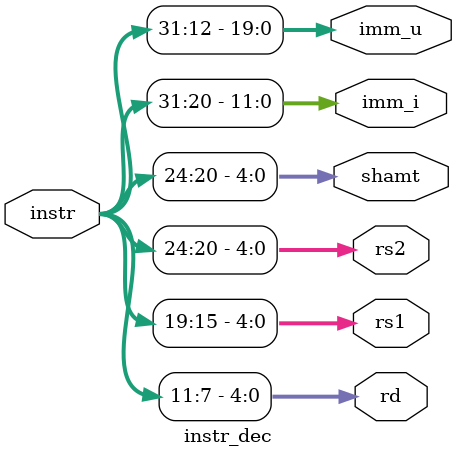
<source format=sv>
module instr_dec(
    input logic[31:0] instr,
    output logic[4:0] rd,
    output logic[4:0] rs1,
    output logic[4:0] rs2,
    output logic[4:0] shamt,
    output logic[11:0] imm_i,
    output logic[31:12] imm_u
);
    // R-type
    assign rd = instr[11:7];
    assign rs1 = instr[19:15];
    assign rs2 = instr[24:20];

    // I-type
    assign imm_i = instr[31:20];
    assign shamt = instr[24:20];

    // U-type
    assign imm_u = instr[31:12];
    
endmodule

</source>
